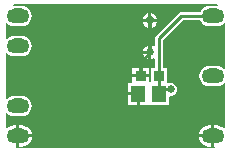
<source format=gbl>
G04*
G04 #@! TF.GenerationSoftware,Altium Limited,Altium Designer,24.6.1 (21)*
G04*
G04 Layer_Physical_Order=2*
G04 Layer_Color=11436288*
%FSLAX25Y25*%
%MOIN*%
G70*
G04*
G04 #@! TF.SameCoordinates,EBD96B39-EC1D-4DCD-B27F-6C9CB96DE784*
G04*
G04*
G04 #@! TF.FilePolarity,Positive*
G04*
G01*
G75*
%ADD20C,0.01000*%
%ADD23O,0.07500X0.05000*%
%ADD24C,0.02800*%
%ADD25C,0.02600*%
%ADD26R,0.04921X0.05512*%
%ADD27R,0.03740X0.03543*%
G36*
X70000Y49133D02*
Y49133D01*
X70475Y49073D01*
X71070Y48994D01*
X71559Y48792D01*
X71428Y48305D01*
X71250Y48329D01*
X68750D01*
X67888Y48215D01*
X67086Y47883D01*
X66396Y47354D01*
X65867Y46664D01*
X65727Y46325D01*
X59500D01*
X58993Y46225D01*
X58563Y45937D01*
X51114Y38488D01*
X50827Y38058D01*
X50726Y37551D01*
Y35035D01*
X50226Y34836D01*
X49501Y35136D01*
Y32853D01*
Y30571D01*
X50226Y30871D01*
X50726Y30672D01*
Y27572D01*
X49381D01*
Y22909D01*
X49319Y22847D01*
X48819Y23054D01*
Y24500D01*
X45949D01*
Y25000D01*
D01*
Y24500D01*
X43079D01*
Y22756D01*
X41594D01*
Y19500D01*
X45055D01*
Y19000D01*
X45555D01*
Y15244D01*
X48516D01*
Y15244D01*
X48684Y15444D01*
X55206D01*
Y18148D01*
X55582Y18400D01*
X56418D01*
X57190Y18720D01*
X57780Y19310D01*
X58100Y20082D01*
Y20918D01*
X57780Y21689D01*
X57190Y22280D01*
X56418Y22600D01*
X55677D01*
X55582Y22600D01*
X55455Y22585D01*
X55206Y22556D01*
D01*
X54721Y22594D01*
Y27572D01*
X53377D01*
Y37002D01*
X60049Y43674D01*
X65727D01*
X65867Y43336D01*
X66396Y42646D01*
X67086Y42118D01*
X67888Y41785D01*
X68750Y41671D01*
X71250D01*
X72111Y41785D01*
X72914Y42118D01*
X73604Y42646D01*
X73633Y42685D01*
X74133Y42516D01*
Y27485D01*
X73633Y27315D01*
X73604Y27354D01*
X72914Y27883D01*
X72111Y28215D01*
X71250Y28328D01*
X68750D01*
X67888Y28215D01*
X67086Y27883D01*
X66396Y27354D01*
X65867Y26664D01*
X65535Y25861D01*
X65421Y25000D01*
X65535Y24138D01*
X65867Y23336D01*
X66396Y22646D01*
X67086Y22117D01*
X67888Y21785D01*
X68750Y21671D01*
X71250D01*
X72111Y21785D01*
X72914Y22117D01*
X73604Y22646D01*
X73633Y22685D01*
X74133Y22515D01*
Y7750D01*
X73633Y7583D01*
X73015Y8057D01*
X72164Y8410D01*
X71250Y8530D01*
X70500D01*
Y5000D01*
Y1470D01*
X70766D01*
X70799Y970D01*
X70006Y865D01*
X70000Y867D01*
X5000D01*
X5000Y867D01*
X5000Y867D01*
X4507Y929D01*
X4201Y970D01*
X4234Y1470D01*
X4500D01*
Y5000D01*
Y8530D01*
X3750D01*
X2836Y8410D01*
X1985Y8057D01*
X1367Y7583D01*
X867Y7750D01*
Y12516D01*
X1367Y12685D01*
X1396Y12646D01*
X2086Y12117D01*
X2888Y11785D01*
X3750Y11671D01*
X6250D01*
X7112Y11785D01*
X7914Y12117D01*
X8604Y12646D01*
X9133Y13336D01*
X9465Y14139D01*
X9578Y15000D01*
X9465Y15861D01*
X9133Y16664D01*
X8604Y17354D01*
X7914Y17883D01*
X7112Y18215D01*
X6250Y18328D01*
X3750D01*
X2888Y18215D01*
X2086Y17883D01*
X1396Y17354D01*
X1367Y17315D01*
X867Y17484D01*
Y32515D01*
X1367Y32685D01*
X1396Y32646D01*
X2086Y32118D01*
X2888Y31785D01*
X3750Y31672D01*
X6250D01*
X7112Y31785D01*
X7914Y32118D01*
X8604Y32646D01*
X9133Y33336D01*
X9465Y34139D01*
X9578Y35000D01*
X9465Y35862D01*
X9133Y36664D01*
X8604Y37354D01*
X7914Y37883D01*
X7112Y38215D01*
X6250Y38328D01*
X3750D01*
X2888Y38215D01*
X2086Y37883D01*
X1396Y37354D01*
X1367Y37315D01*
X867Y37484D01*
Y42516D01*
X1367Y42685D01*
X1396Y42646D01*
X2086Y42118D01*
X2888Y41785D01*
X3750Y41671D01*
X6250D01*
X7112Y41785D01*
X7914Y42118D01*
X8604Y42646D01*
X9133Y43336D01*
X9465Y44139D01*
X9578Y45000D01*
X9465Y45862D01*
X9133Y46664D01*
X8604Y47354D01*
X7914Y47883D01*
X7112Y48215D01*
X6250Y48329D01*
X3750D01*
X3572Y48305D01*
X3441Y48792D01*
X3930Y48994D01*
X4522Y49072D01*
X5000Y49133D01*
X5000Y49133D01*
X5492Y49133D01*
X69510D01*
X70000Y49133D01*
D02*
G37*
%LPC*%
G36*
X49500Y45891D02*
Y44000D01*
X51391D01*
X51035Y44859D01*
X50359Y45535D01*
X49500Y45891D01*
D02*
G37*
G36*
X48500D02*
X47640Y45535D01*
X46965Y44859D01*
X46609Y44000D01*
X48500D01*
Y45891D01*
D02*
G37*
G36*
X51391Y43000D02*
X49500D01*
Y41109D01*
X50359Y41465D01*
X51035Y42140D01*
X51391Y43000D01*
D02*
G37*
G36*
X48500D02*
X46609D01*
X46965Y42140D01*
X47640Y41465D01*
X48500Y41109D01*
Y43000D01*
D02*
G37*
G36*
X48501Y35136D02*
X47698Y34803D01*
X47051Y34156D01*
X46719Y33353D01*
X48501D01*
Y35136D01*
D02*
G37*
G36*
Y32353D02*
X46719D01*
X47051Y31551D01*
X47698Y30904D01*
X48501Y30571D01*
Y32353D01*
D02*
G37*
G36*
X48819Y27772D02*
X46449D01*
Y25500D01*
X48819D01*
Y27772D01*
D02*
G37*
G36*
X45449D02*
X43079D01*
Y25500D01*
X45449D01*
Y27772D01*
D02*
G37*
G36*
X44555Y18500D02*
X41594D01*
Y15244D01*
X44555D01*
Y18500D01*
D02*
G37*
G36*
X69500Y8530D02*
X68750D01*
X67836Y8410D01*
X66985Y8057D01*
X66254Y7496D01*
X65693Y6765D01*
X65340Y5914D01*
X65286Y5500D01*
X69500D01*
Y8530D01*
D02*
G37*
G36*
X6250D02*
X5500D01*
Y5500D01*
X9714D01*
X9660Y5914D01*
X9307Y6765D01*
X8746Y7496D01*
X8015Y8057D01*
X7164Y8410D01*
X6250Y8530D01*
D02*
G37*
G36*
X69500Y4500D02*
X65286D01*
X65340Y4086D01*
X65693Y3235D01*
X66254Y2504D01*
X66985Y1943D01*
X67836Y1590D01*
X68750Y1470D01*
X69500D01*
Y4500D01*
D02*
G37*
G36*
X9714Y4500D02*
X5500D01*
Y1470D01*
X6250D01*
X7164Y1590D01*
X8015Y1943D01*
X8746Y2504D01*
X9307Y3235D01*
X9660Y4086D01*
X9714Y4500D01*
D02*
G37*
%LPD*%
D20*
X52051Y20500D02*
Y37551D01*
Y20500D02*
X52051Y20500D01*
X56000D01*
X49000Y32854D02*
X49001Y32853D01*
X49000Y32854D02*
Y43499D01*
X49000Y43500D02*
X49000Y43499D01*
X52051Y18678D02*
X53729Y20356D01*
X59500Y45000D02*
X70000D01*
X52051Y37551D02*
X59500Y45000D01*
X45949Y29801D02*
X49001Y32853D01*
X45949Y25000D02*
Y29801D01*
D23*
X5000Y15000D02*
D03*
Y35000D02*
D03*
Y45000D02*
D03*
X70000D02*
D03*
Y25000D02*
D03*
Y5000D02*
D03*
X5000D02*
D03*
D24*
X49000Y43500D02*
D03*
D25*
X56000Y20500D02*
D03*
X49001Y32853D02*
D03*
D26*
X51945Y19000D02*
D03*
X45055D02*
D03*
D27*
X45949Y25000D02*
D03*
X52051D02*
D03*
M02*

</source>
